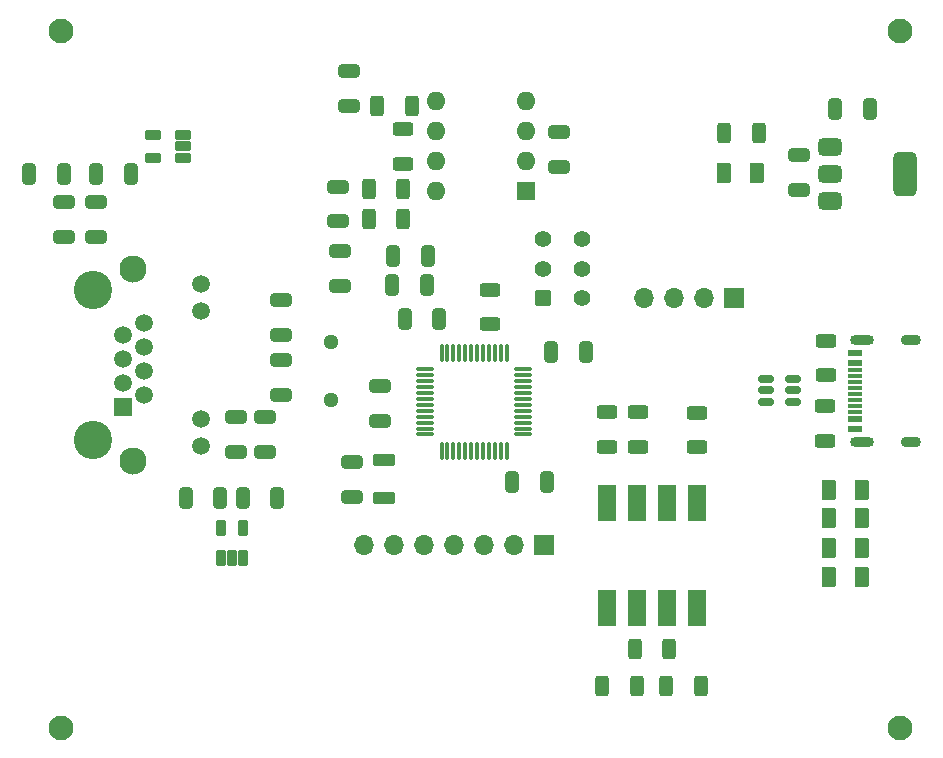
<source format=gbr>
%TF.GenerationSoftware,KiCad,Pcbnew,8.0.2*%
%TF.CreationDate,2024-05-08T19:58:50+03:00*%
%TF.ProjectId,deneme,64656e65-6d65-42e6-9b69-6361645f7063,rev?*%
%TF.SameCoordinates,Original*%
%TF.FileFunction,Soldermask,Top*%
%TF.FilePolarity,Negative*%
%FSLAX46Y46*%
G04 Gerber Fmt 4.6, Leading zero omitted, Abs format (unit mm)*
G04 Created by KiCad (PCBNEW 8.0.2) date 2024-05-08 19:58:50*
%MOMM*%
%LPD*%
G01*
G04 APERTURE LIST*
G04 Aperture macros list*
%AMRoundRect*
0 Rectangle with rounded corners*
0 $1 Rounding radius*
0 $2 $3 $4 $5 $6 $7 $8 $9 X,Y pos of 4 corners*
0 Add a 4 corners polygon primitive as box body*
4,1,4,$2,$3,$4,$5,$6,$7,$8,$9,$2,$3,0*
0 Add four circle primitives for the rounded corners*
1,1,$1+$1,$2,$3*
1,1,$1+$1,$4,$5*
1,1,$1+$1,$6,$7*
1,1,$1+$1,$8,$9*
0 Add four rect primitives between the rounded corners*
20,1,$1+$1,$2,$3,$4,$5,0*
20,1,$1+$1,$4,$5,$6,$7,0*
20,1,$1+$1,$6,$7,$8,$9,0*
20,1,$1+$1,$8,$9,$2,$3,0*%
G04 Aperture macros list end*
%ADD10RoundRect,0.250000X0.375000X0.625000X-0.375000X0.625000X-0.375000X-0.625000X0.375000X-0.625000X0*%
%ADD11RoundRect,0.250000X-0.325000X-0.650000X0.325000X-0.650000X0.325000X0.650000X-0.325000X0.650000X0*%
%ADD12R,1.700000X1.700000*%
%ADD13O,1.700000X1.700000*%
%ADD14RoundRect,0.250000X0.650000X-0.325000X0.650000X0.325000X-0.650000X0.325000X-0.650000X-0.325000X0*%
%ADD15RoundRect,0.250000X-0.312500X-0.625000X0.312500X-0.625000X0.312500X0.625000X-0.312500X0.625000X0*%
%ADD16C,3.250000*%
%ADD17R,1.500000X1.500000*%
%ADD18C,1.500000*%
%ADD19C,2.300000*%
%ADD20C,2.100000*%
%ADD21RoundRect,0.250000X-0.650000X0.325000X-0.650000X-0.325000X0.650000X-0.325000X0.650000X0.325000X0*%
%ADD22RoundRect,0.250000X0.325000X0.650000X-0.325000X0.650000X-0.325000X-0.650000X0.325000X-0.650000X0*%
%ADD23RoundRect,0.375000X-0.625000X-0.375000X0.625000X-0.375000X0.625000X0.375000X-0.625000X0.375000X0*%
%ADD24RoundRect,0.500000X-0.500000X-1.400000X0.500000X-1.400000X0.500000X1.400000X-0.500000X1.400000X0*%
%ADD25RoundRect,0.250000X0.312500X0.625000X-0.312500X0.625000X-0.312500X-0.625000X0.312500X-0.625000X0*%
%ADD26RoundRect,0.150000X0.512500X0.150000X-0.512500X0.150000X-0.512500X-0.150000X0.512500X-0.150000X0*%
%ADD27RoundRect,0.119100X0.587900X0.277900X-0.587900X0.277900X-0.587900X-0.277900X0.587900X-0.277900X0*%
%ADD28R,1.600000X1.600000*%
%ADD29O,1.600000X1.600000*%
%ADD30RoundRect,0.250000X-0.625000X0.312500X-0.625000X-0.312500X0.625000X-0.312500X0.625000X0.312500X0*%
%ADD31R,1.160000X0.600000*%
%ADD32R,1.160000X0.300000*%
%ADD33O,2.000000X0.900000*%
%ADD34O,1.700000X0.900000*%
%ADD35RoundRect,0.119100X0.277900X-0.587900X0.277900X0.587900X-0.277900X0.587900X-0.277900X-0.587900X0*%
%ADD36RoundRect,0.075000X-0.662500X-0.075000X0.662500X-0.075000X0.662500X0.075000X-0.662500X0.075000X0*%
%ADD37RoundRect,0.075000X-0.075000X-0.662500X0.075000X-0.662500X0.075000X0.662500X-0.075000X0.662500X0*%
%ADD38RoundRect,0.250000X0.625000X-0.312500X0.625000X0.312500X-0.625000X0.312500X-0.625000X-0.312500X0*%
%ADD39R,1.600000X3.100000*%
%ADD40C,1.284000*%
%ADD41RoundRect,0.250000X-0.700000X0.275000X-0.700000X-0.275000X0.700000X-0.275000X0.700000X0.275000X0*%
%ADD42RoundRect,0.250000X-0.375000X-0.625000X0.375000X-0.625000X0.375000X0.625000X-0.375000X0.625000X0*%
%ADD43RoundRect,0.250000X0.450000X-0.450000X0.450000X0.450000X-0.450000X0.450000X-0.450000X-0.450000X0*%
%ADD44C,1.400000*%
G04 APERTURE END LIST*
D10*
%TO.C,D2*%
X200800000Y-86775000D03*
X198000000Y-86775000D03*
%TD*%
D11*
%TO.C,C20*%
X135955000Y-55150000D03*
X138905000Y-55150000D03*
%TD*%
D12*
%TO.C,J2*%
X190000000Y-65595000D03*
D13*
X187460000Y-65595000D03*
X184920000Y-65595000D03*
X182380000Y-65595000D03*
%TD*%
D14*
%TO.C,R17*%
X135950000Y-60455000D03*
X135950000Y-57505000D03*
%TD*%
D15*
%TO.C,R8*%
X184237500Y-98480000D03*
X187162500Y-98480000D03*
%TD*%
D16*
%TO.C,J4*%
X135680000Y-77638000D03*
X135680000Y-64938000D03*
D17*
X138220000Y-74848000D03*
D18*
X140000000Y-73832000D03*
X138220000Y-72816000D03*
X140000000Y-71800000D03*
X138220000Y-70784000D03*
X140000000Y-69768000D03*
X138220000Y-68752000D03*
X140000000Y-67736000D03*
X144820000Y-78148000D03*
X144820000Y-75858000D03*
X144820000Y-66718000D03*
X144820000Y-64428000D03*
D19*
X139110000Y-79418000D03*
X139110000Y-63158000D03*
%TD*%
D11*
%TO.C,C2*%
X174445000Y-70190000D03*
X177395000Y-70190000D03*
%TD*%
D20*
%TO.C,H1*%
X204000000Y-102000000D03*
%TD*%
D21*
%TO.C,R16*%
X147760000Y-75725000D03*
X147760000Y-78675000D03*
%TD*%
D22*
%TO.C,C5*%
X164015000Y-62040000D03*
X161065000Y-62040000D03*
%TD*%
D23*
%TO.C,U2*%
X198130000Y-52845000D03*
X198130000Y-55145000D03*
D24*
X204430000Y-55145000D03*
D23*
X198130000Y-57445000D03*
%TD*%
D14*
%TO.C,C12*%
X195500000Y-56475000D03*
X195500000Y-53525000D03*
%TD*%
D25*
%TO.C,R13*%
X161972500Y-56430000D03*
X159047500Y-56430000D03*
%TD*%
D26*
%TO.C,U5*%
X194977500Y-74395000D03*
X194977500Y-73445000D03*
X194977500Y-72495000D03*
X192702500Y-72495000D03*
X192702500Y-73445000D03*
X192702500Y-74395000D03*
%TD*%
D25*
%TO.C,R9*%
X184472500Y-95370000D03*
X181547500Y-95370000D03*
%TD*%
D14*
%TO.C,R15*%
X133260000Y-60455000D03*
X133260000Y-57505000D03*
%TD*%
D12*
%TO.C,J3*%
X173890000Y-86550000D03*
D13*
X171350000Y-86550000D03*
X168810000Y-86550000D03*
X166270000Y-86550000D03*
X163730000Y-86550000D03*
X161190000Y-86550000D03*
X158650000Y-86550000D03*
%TD*%
D27*
%TO.C,U4*%
X143317500Y-53750000D03*
X143317500Y-52800000D03*
X143317500Y-51850000D03*
X140807500Y-51850000D03*
X140807500Y-53750000D03*
%TD*%
D21*
%TO.C,R18*%
X150260000Y-75705000D03*
X150260000Y-78655000D03*
%TD*%
D28*
%TO.C,U6*%
X172320000Y-56595000D03*
D29*
X172320000Y-54055000D03*
X172320000Y-51515000D03*
X172320000Y-48975000D03*
X164700000Y-48975000D03*
X164700000Y-51515000D03*
X164700000Y-54055000D03*
X164700000Y-56595000D03*
%TD*%
D22*
%TO.C,C1*%
X163995000Y-64530000D03*
X161045000Y-64530000D03*
%TD*%
D14*
%TO.C,C8*%
X157620000Y-82485000D03*
X157620000Y-79535000D03*
%TD*%
%TO.C,C10*%
X151630000Y-68745000D03*
X151630000Y-65795000D03*
%TD*%
D30*
%TO.C,R1*%
X169330000Y-64917500D03*
X169330000Y-67842500D03*
%TD*%
D14*
%TO.C,C11*%
X151590000Y-73835000D03*
X151590000Y-70885000D03*
%TD*%
D21*
%TO.C,C16*%
X175110000Y-51565000D03*
X175110000Y-54515000D03*
%TD*%
D31*
%TO.C,J1*%
X200190000Y-76700000D03*
X200190000Y-75900000D03*
D32*
X200190000Y-74750000D03*
X200190000Y-73750000D03*
X200190000Y-73250000D03*
X200190000Y-72250000D03*
D31*
X200190000Y-71100000D03*
X200190000Y-70300000D03*
X200190000Y-70300000D03*
X200190000Y-71100000D03*
D32*
X200190000Y-71750000D03*
X200190000Y-72750000D03*
X200190000Y-74250000D03*
X200190000Y-75250000D03*
D31*
X200190000Y-75900000D03*
X200190000Y-76700000D03*
D33*
X200770000Y-77820000D03*
D34*
X204940000Y-77820000D03*
D33*
X200770000Y-69180000D03*
D34*
X204940000Y-69180000D03*
%TD*%
D30*
%TO.C,R4*%
X186820000Y-75337500D03*
X186820000Y-78262500D03*
%TD*%
%TO.C,R6*%
X179200000Y-75310000D03*
X179200000Y-78235000D03*
%TD*%
D15*
%TO.C,R7*%
X178797500Y-98470000D03*
X181722500Y-98470000D03*
%TD*%
D22*
%TO.C,C7*%
X133245000Y-55150000D03*
X130295000Y-55150000D03*
%TD*%
D30*
%TO.C,R5*%
X181800000Y-75312500D03*
X181800000Y-78237500D03*
%TD*%
D25*
%TO.C,R12*%
X162672500Y-49340000D03*
X159747500Y-49340000D03*
%TD*%
D11*
%TO.C,C3*%
X171155000Y-81240000D03*
X174105000Y-81240000D03*
%TD*%
D35*
%TO.C,U9*%
X146500000Y-87655000D03*
X147450000Y-87655000D03*
X148400000Y-87655000D03*
X148400000Y-85145000D03*
X146500000Y-85145000D03*
%TD*%
D36*
%TO.C,U1*%
X163790000Y-71685000D03*
X163790000Y-72185000D03*
X163790000Y-72685000D03*
X163790000Y-73185001D03*
X163790000Y-73685000D03*
X163790000Y-74185000D03*
X163790000Y-74685000D03*
X163790000Y-75185000D03*
X163790000Y-75684999D03*
X163790000Y-76185000D03*
X163790000Y-76685000D03*
X163790000Y-77185000D03*
D37*
X165202500Y-78597500D03*
X165702500Y-78597500D03*
X166202500Y-78597500D03*
X166702501Y-78597500D03*
X167202500Y-78597500D03*
X167702500Y-78597500D03*
X168202500Y-78597500D03*
X168702500Y-78597500D03*
X169202499Y-78597500D03*
X169702500Y-78597500D03*
X170202500Y-78597500D03*
X170702500Y-78597500D03*
D36*
X172115000Y-77185000D03*
X172115000Y-76685000D03*
X172115000Y-76185000D03*
X172115000Y-75684999D03*
X172115000Y-75185000D03*
X172115000Y-74685000D03*
X172115000Y-74185000D03*
X172115000Y-73685000D03*
X172115000Y-73185001D03*
X172115000Y-72685000D03*
X172115000Y-72185000D03*
X172115000Y-71685000D03*
D37*
X170702500Y-70272500D03*
X170202500Y-70272500D03*
X169702500Y-70272500D03*
X169202499Y-70272500D03*
X168702500Y-70272500D03*
X168202500Y-70272500D03*
X167702500Y-70272500D03*
X167202500Y-70272500D03*
X166702501Y-70272500D03*
X166202500Y-70272500D03*
X165702500Y-70272500D03*
X165202500Y-70272500D03*
%TD*%
D20*
%TO.C,H1*%
X133000000Y-43000000D03*
%TD*%
D38*
%TO.C,R14*%
X161960000Y-54257500D03*
X161960000Y-51332500D03*
%TD*%
D22*
%TO.C,C19*%
X146475000Y-82580000D03*
X143525000Y-82580000D03*
%TD*%
D38*
%TO.C,R11*%
X197720000Y-72162500D03*
X197720000Y-69237500D03*
%TD*%
D39*
%TO.C,U3*%
X186810000Y-82955000D03*
X184270000Y-82955000D03*
X181730000Y-82955000D03*
X179190000Y-82955000D03*
X179190000Y-91845000D03*
X181730000Y-91845000D03*
X184270000Y-91845000D03*
X186810000Y-91845000D03*
%TD*%
D40*
%TO.C,Y2*%
X155850000Y-74250000D03*
X155850000Y-69370000D03*
%TD*%
D20*
%TO.C,H1*%
X204000000Y-43000000D03*
%TD*%
D10*
%TO.C,D5*%
X200780000Y-89225000D03*
X197980000Y-89225000D03*
%TD*%
D41*
%TO.C,FB1*%
X160320000Y-79385000D03*
X160320000Y-82535000D03*
%TD*%
D15*
%TO.C,R3*%
X189112500Y-51650000D03*
X192037500Y-51650000D03*
%TD*%
D21*
%TO.C,C18*%
X156430000Y-56195000D03*
X156430000Y-59145000D03*
%TD*%
D14*
%TO.C,C17*%
X157390000Y-49335000D03*
X157390000Y-46385000D03*
%TD*%
%TO.C,C6*%
X160010000Y-76005000D03*
X160010000Y-73055000D03*
%TD*%
D20*
%TO.C,H1*%
X133000000Y-102000000D03*
%TD*%
D10*
%TO.C,D3*%
X200820000Y-84260000D03*
X198020000Y-84260000D03*
%TD*%
D42*
%TO.C,D1*%
X189117500Y-55071250D03*
X191917500Y-55071250D03*
%TD*%
D43*
%TO.C,SW1*%
X173830000Y-65645000D03*
D44*
X173830000Y-63145000D03*
X173830000Y-60645000D03*
X177130000Y-60645000D03*
X177130000Y-63145000D03*
X177130000Y-65645000D03*
%TD*%
D11*
%TO.C,C21*%
X148355000Y-82600000D03*
X151305000Y-82600000D03*
%TD*%
D14*
%TO.C,C9*%
X156620000Y-64625000D03*
X156620000Y-61675000D03*
%TD*%
D22*
%TO.C,C4*%
X165025000Y-67430000D03*
X162075000Y-67430000D03*
%TD*%
D15*
%TO.C,R2*%
X159047500Y-58980000D03*
X161972500Y-58980000D03*
%TD*%
D22*
%TO.C,C13*%
X201465000Y-49610000D03*
X198515000Y-49610000D03*
%TD*%
D30*
%TO.C,R10*%
X197660000Y-74817500D03*
X197660000Y-77742500D03*
%TD*%
D10*
%TO.C,D4*%
X200800000Y-81850000D03*
X198000000Y-81850000D03*
%TD*%
M02*

</source>
